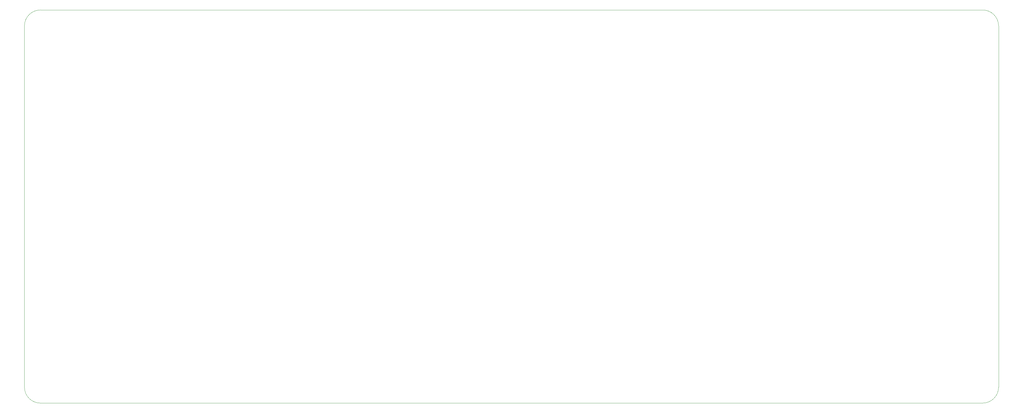
<source format=gbr>
G04 #@! TF.GenerationSoftware,KiCad,Pcbnew,8.0.8*
G04 #@! TF.CreationDate,2025-03-04T19:25:46+11:00*
G04 #@! TF.ProjectId,jethro_mk2,6a657468-726f-45f6-9d6b-322e6b696361,rev?*
G04 #@! TF.SameCoordinates,Original*
G04 #@! TF.FileFunction,Profile,NP*
%FSLAX46Y46*%
G04 Gerber Fmt 4.6, Leading zero omitted, Abs format (unit mm)*
G04 Created by KiCad (PCBNEW 8.0.8) date 2025-03-04 19:25:46*
%MOMM*%
%LPD*%
G01*
G04 APERTURE LIST*
G04 #@! TA.AperFunction,Profile*
%ADD10C,0.050000*%
G04 #@! TD*
G04 APERTURE END LIST*
D10*
X334200000Y-26200000D02*
X334200000Y-139500000D01*
X28800000Y-26200000D02*
G75*
G02*
X33800000Y-21200000I5000000J0D01*
G01*
X334200000Y-139500000D02*
G75*
G02*
X329200000Y-144500000I-5000000J0D01*
G01*
X329200000Y-144500000D02*
X33800000Y-144500000D01*
X33800000Y-144500000D02*
G75*
G02*
X28800000Y-139500000I0J5000000D01*
G01*
X28800000Y-139500000D02*
X28800000Y-26200000D01*
X33800000Y-21200000D02*
X329200000Y-21200000D01*
X329200000Y-21200000D02*
G75*
G02*
X334200000Y-26200000I0J-5000000D01*
G01*
M02*

</source>
